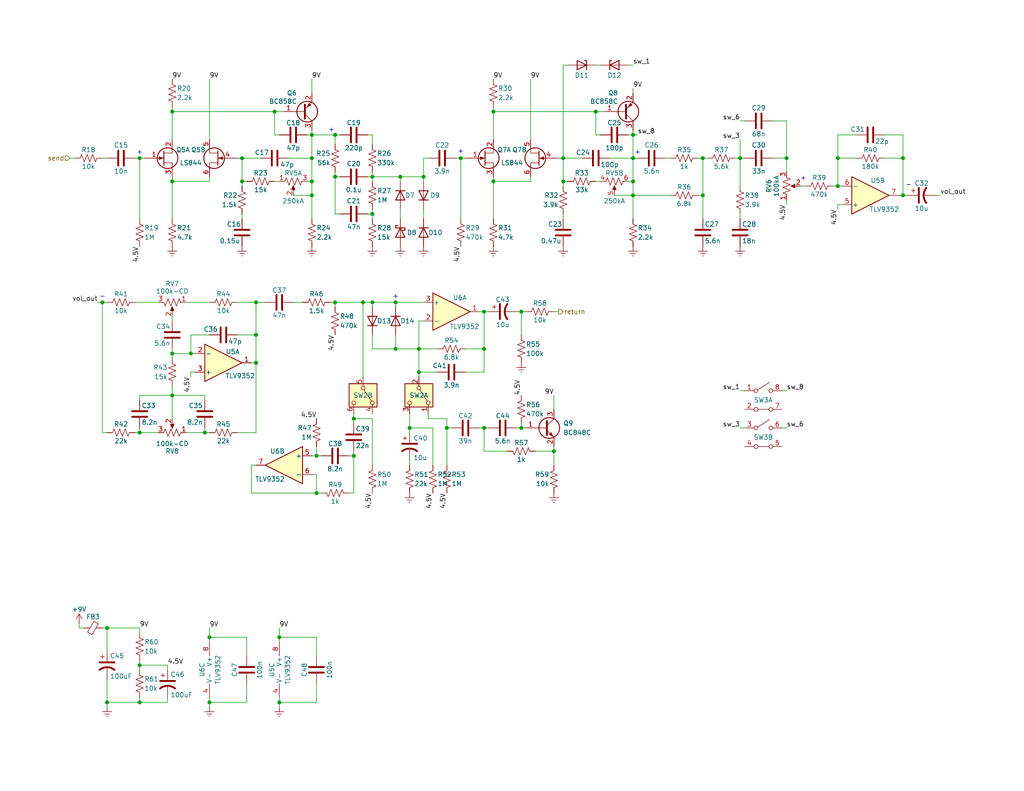
<source format=kicad_sch>
(kicad_sch (version 20250114) (generator "eeschema") (generator_version "9.0")
  (paper "USLetter")
  (title_block (title "Blues Driver") (date "2026-01-18") (rev "1.0.0") (company "Bennett Custom Audio"))
  (text "+" (at 38.1 41.656 0) (effects (font (size 1.27 1.27))))
  (text "-" (at 247.904 50.546 0) (effects (font (size 1.27 1.27))))
  (text "+" (at 173.99 41.656 0) (effects (font (size 1.27 1.27))))
  (text "-" (at 27.94 81.026 0) (effects (font (size 1.27 1.27))))
  (text "+" (at 107.95 81.026 0) (effects (font (size 1.27 1.27))))
  (text "+" (at 219.202 48.768 0) (effects (font (size 1.27 1.27))))
  (text "+" (at 90.424 35.56 0) (effects (font (size 1.27 1.27))))
  (text "+" (at 125.73 41.402 0) (effects (font (size 1.27 1.27))))
  (junction (at 153.67 43.18))
  (junction (at 246.38 43.18))
  (junction (at 132.08 85.09))
  (junction (at 109.22 48.26))
  (junction (at 69.85 91.44))
  (junction (at 121.92 116.84))
  (junction (at 69.85 82.55))
  (junction (at 99.06 82.55))
  (junction (at 86.36 124.46))
  (junction (at 85.09 53.34))
  (junction (at 246.38 53.34))
  (junction (at 27.94 82.55))
  (junction (at 214.63 43.18))
  (junction (at 111.76 116.84))
  (junction (at 46.99 96.52))
  (junction (at 91.44 48.26))
  (junction (at 66.04 49.53))
  (junction (at 172.72 36.83))
  (junction (at 69.85 99.06))
  (junction (at 74.93 30.48))
  (junction (at 38.1 191.77))
  (junction (at 228.6 43.18))
  (junction (at 86.36 134.62))
  (junction (at 201.93 43.18))
  (junction (at 228.6 50.8))
  (junction (at 66.04 43.18))
  (junction (at 172.72 49.53))
  (junction (at 153.67 49.53))
  (junction (at 114.3 101.6))
  (junction (at 101.6 48.26))
  (junction (at 142.24 85.09))
  (junction (at 172.72 43.18))
  (junction (at 162.56 30.48))
  (junction (at 107.95 82.55))
  (junction (at 38.1 181.61))
  (junction (at 85.09 43.18))
  (junction (at 191.77 53.34))
  (junction (at 29.21 191.77))
  (junction (at 91.44 82.55))
  (junction (at 96.52 114.3))
  (junction (at 96.52 124.46))
  (junction (at 76.2 173.99))
  (junction (at 191.77 43.18))
  (junction (at 57.15 191.77))
  (junction (at 85.09 36.83))
  (junction (at 101.6 58.42))
  (junction (at 134.62 49.53))
  (junction (at 76.2 191.77))
  (junction (at 132.08 116.84))
  (junction (at 85.09 49.53))
  (junction (at 115.57 48.26))
  (junction (at 57.15 173.99))
  (junction (at 142.24 116.84))
  (junction (at 46.99 30.48))
  (junction (at 29.21 171.45))
  (junction (at 132.08 95.25))
  (junction (at 38.1 43.18))
  (junction (at 101.6 82.55))
  (junction (at 107.95 95.25))
  (junction (at 46.99 49.53))
  (junction (at 38.1 118.11))
  (junction (at 134.62 30.48))
  (junction (at 52.07 96.52))
  (junction (at 55.88 118.11))
  (junction (at 125.73 43.18))
  (junction (at 172.72 53.34))
  (junction (at 91.44 36.83))
  (junction (at 151.13 123.19))
  (junction (at 46.99 107.95))
  (junction (at 114.3 95.25))
  (wire (pts (xy 27.94 82.55) (xy 27.94 118.11)))
  (wire (pts (xy 68.58 134.62) (xy 68.58 127)))
  (wire (pts (xy 76.2 191.77) (xy 76.2 193.04)))
  (wire (pts (xy 107.95 91.44) (xy 107.95 95.25)))
  (wire (pts (xy 80.01 53.34) (xy 85.09 53.34)))
  (wire (pts (xy 64.77 118.11) (xy 69.85 118.11)))
  (wire (pts (xy 246.38 53.34) (xy 247.65 53.34)))
  (wire (pts (xy 21.59 170.18) (xy 21.59 171.45)))
  (wire (pts (xy 50.8 82.55) (xy 57.15 82.55)))
  (wire (pts (xy 57.15 21.59) (xy 57.15 38.1)))
  (wire (pts (xy 125.73 43.18) (xy 125.73 59.69)))
  (wire (pts (xy 191.77 43.18) (xy 191.77 53.34)))
  (wire (pts (xy 86.36 173.99) (xy 76.2 173.99)))
  (wire (pts (xy 172.72 24.13) (xy 172.72 25.4)))
  (wire (pts (xy 57.15 91.44) (xy 52.07 91.44)))
  (wire (pts (xy 76.2 171.45) (xy 76.2 173.99)))
  (wire (pts (xy 109.22 57.15) (xy 109.22 59.69)))
  (wire (pts (xy 99.06 82.55) (xy 101.6 82.55)))
  (wire (pts (xy 191.77 53.34) (xy 191.77 59.69)))
  (wire (pts (xy 121.92 114.3) (xy 121.92 116.84)))
  (wire (pts (xy 172.72 36.83) (xy 172.72 43.18)))
  (wire (pts (xy 92.71 58.42) (xy 91.44 58.42)))
  (wire (pts (xy 91.44 48.26) (xy 91.44 58.42)))
  (wire (pts (xy 74.93 30.48) (xy 74.93 36.83)))
  (wire (pts (xy 85.09 43.18) (xy 85.09 49.53)))
  (wire (pts (xy 96.52 115.57) (xy 96.52 114.3)))
  (wire (pts (xy 36.83 118.11) (xy 38.1 118.11)))
  (wire (pts (xy 85.09 53.34) (xy 85.09 59.69)))
  (wire (pts (xy 210.82 43.18) (xy 214.63 43.18)))
  (wire (pts (xy 144.78 48.26) (xy 144.78 49.53)))
  (wire (pts (xy 109.22 48.26) (xy 115.57 48.26)))
  (wire (pts (xy 162.56 30.48) (xy 162.56 36.83)))
  (wire (pts (xy 132.08 101.6) (xy 132.08 95.25)))
  (wire (pts (xy 116.84 113.03) (xy 116.84 114.3)))
  (wire (pts (xy 76.2 190.5) (xy 76.2 191.77)))
  (wire (pts (xy 114.3 95.25) (xy 114.3 87.63)))
  (wire (pts (xy 38.1 116.84) (xy 38.1 118.11)))
  (wire (pts (xy 85.09 49.53) (xy 85.09 53.34)))
  (wire (pts (xy 213.36 106.68) (xy 214.63 106.68)))
  (wire (pts (xy 190.5 53.34) (xy 191.77 53.34)))
  (wire (pts (xy 246.38 43.18) (xy 246.38 53.34)))
  (wire (pts (xy 142.24 116.84) (xy 140.97 116.84)))
  (wire (pts (xy 107.95 82.55) (xy 107.95 83.82)))
  (wire (pts (xy 191.77 43.18) (xy 193.04 43.18)))
  (wire (pts (xy 200.66 43.18) (xy 201.93 43.18)))
  (wire (pts (xy 162.56 17.78) (xy 163.83 17.78)))
  (wire (pts (xy 172.72 49.53) (xy 172.72 53.34)))
  (wire (pts (xy 86.36 121.92) (xy 86.36 124.46)))
  (wire (pts (xy 38.1 59.69) (xy 38.1 43.18)))
  (wire (pts (xy 142.24 115.57) (xy 142.24 116.84)))
  (wire (pts (xy 233.68 36.83) (xy 228.6 36.83)))
  (wire (pts (xy 201.93 38.1) (xy 201.93 43.18)))
  (wire (pts (xy 29.21 191.77) (xy 29.21 193.04)))
  (wire (pts (xy 101.6 48.26) (xy 101.6 49.53)))
  (wire (pts (xy 101.6 127) (xy 101.6 114.3)))
  (wire (pts (xy 151.13 123.19) (xy 146.05 123.19)))
  (wire (pts (xy 64.77 91.44) (xy 69.85 91.44)))
  (wire (pts (xy 100.33 48.26) (xy 101.6 48.26)))
  (wire (pts (xy 201.93 43.18) (xy 201.93 50.8)))
  (wire (pts (xy 86.36 134.62) (xy 68.58 134.62)))
  (wire (pts (xy 57.15 48.26) (xy 57.15 49.53)))
  (wire (pts (xy 36.83 82.55) (xy 43.18 82.55)))
  (wire (pts (xy 57.15 191.77) (xy 57.15 193.04)))
  (wire (pts (xy 85.09 129.54) (xy 86.36 129.54)))
  (wire (pts (xy 57.15 173.99) (xy 57.15 175.26)))
  (wire (pts (xy 46.99 30.48) (xy 74.93 30.48)))
  (wire (pts (xy 107.95 82.55) (xy 115.57 82.55)))
  (wire (pts (xy 114.3 95.25) (xy 114.3 101.6)))
  (wire (pts (xy 29.21 171.45) (xy 38.1 171.45)))
  (wire (pts (xy 134.62 49.53) (xy 134.62 59.69)))
  (wire (pts (xy 87.63 134.62) (xy 86.36 134.62)))
  (wire (pts (xy 115.57 48.26) (xy 115.57 43.18)))
  (wire (pts (xy 96.52 113.03) (xy 96.52 114.3)))
  (wire (pts (xy 74.93 49.53) (xy 76.2 49.53)))
  (wire (pts (xy 46.99 48.26) (xy 46.99 49.53)))
  (wire (pts (xy 69.85 82.55) (xy 72.39 82.55)))
  (wire (pts (xy 214.63 55.88) (xy 214.63 54.61)))
  (wire (pts (xy 132.08 116.84) (xy 132.08 123.19)))
  (wire (pts (xy 46.99 95.25) (xy 46.99 96.52)))
  (wire (pts (xy 55.88 118.11) (xy 57.15 118.11)))
  (wire (pts (xy 64.77 43.18) (xy 66.04 43.18)))
  (wire (pts (xy 101.6 58.42) (xy 101.6 59.69)))
  (wire (pts (xy 115.57 48.26) (xy 115.57 49.53)))
  (wire (pts (xy 52.07 96.52) (xy 53.34 96.52)))
  (wire (pts (xy 85.09 21.59) (xy 85.09 25.4)))
  (wire (pts (xy 29.21 177.8) (xy 29.21 171.45)))
  (wire (pts (xy 151.13 107.95) (xy 151.13 111.76)))
  (wire (pts (xy 162.56 30.48) (xy 165.1 30.48)))
  (wire (pts (xy 130.81 116.84) (xy 132.08 116.84)))
  (wire (pts (xy 111.76 125.73) (xy 111.76 127)))
  (wire (pts (xy 142.24 85.09) (xy 143.51 85.09)))
  (wire (pts (xy 118.11 116.84) (xy 111.76 116.84)))
  (wire (pts (xy 118.11 127) (xy 118.11 116.84)))
  (wire (pts (xy 66.04 58.42) (xy 66.04 59.69)))
  (wire (pts (xy 27.94 43.18) (xy 29.21 43.18)))
  (wire (pts (xy 153.67 50.8) (xy 153.67 49.53)))
  (wire (pts (xy 233.68 43.18) (xy 228.6 43.18)))
  (wire (pts (xy 52.07 102.87) (xy 52.07 101.6)))
  (wire (pts (xy 74.93 30.48) (xy 77.47 30.48)))
  (wire (pts (xy 153.67 43.18) (xy 153.67 49.53)))
  (wire (pts (xy 101.6 36.83) (xy 100.33 36.83)))
  (wire (pts (xy 167.64 53.34) (xy 172.72 53.34)))
  (wire (pts (xy 210.82 33.02) (xy 214.63 33.02)))
  (wire (pts (xy 114.3 87.63) (xy 115.57 87.63)))
  (wire (pts (xy 69.85 99.06) (xy 69.85 91.44)))
  (wire (pts (xy 228.6 50.8) (xy 229.87 50.8)))
  (wire (pts (xy 21.59 171.45) (xy 22.86 171.45)))
  (wire (pts (xy 101.6 82.55) (xy 101.6 83.82)))
  (wire (pts (xy 67.31 179.07) (xy 67.31 173.99)))
  (wire (pts (xy 121.92 116.84) (xy 121.92 127)))
  (wire (pts (xy 55.88 109.22) (xy 55.88 107.95)))
  (wire (pts (xy 68.58 99.06) (xy 69.85 99.06)))
  (wire (pts (xy 52.07 101.6) (xy 53.34 101.6)))
  (wire (pts (xy 255.27 53.34) (xy 256.54 53.34)))
  (wire (pts (xy 246.38 36.83) (xy 246.38 43.18)))
  (wire (pts (xy 134.62 30.48) (xy 134.62 38.1)))
  (wire (pts (xy 46.99 107.95) (xy 46.99 114.3)))
  (wire (pts (xy 66.04 43.18) (xy 71.12 43.18)))
  (wire (pts (xy 134.62 48.26) (xy 134.62 49.53)))
  (wire (pts (xy 228.6 57.15) (xy 228.6 55.88)))
  (wire (pts (xy 29.21 171.45) (xy 27.94 171.45)))
  (wire (pts (xy 57.15 49.53) (xy 46.99 49.53)))
  (wire (pts (xy 78.74 43.18) (xy 85.09 43.18)))
  (wire (pts (xy 111.76 113.03) (xy 111.76 116.84)))
  (wire (pts (xy 228.6 55.88) (xy 229.87 55.88)))
  (wire (pts (xy 27.94 82.55) (xy 29.21 82.55)))
  (wire (pts (xy 85.09 36.83) (xy 91.44 36.83)))
  (wire (pts (xy 76.2 191.77) (xy 86.36 191.77)))
  (wire (pts (xy 45.72 182.88) (xy 45.72 181.61)))
  (wire (pts (xy 19.05 43.18) (xy 20.32 43.18)))
  (wire (pts (xy 83.82 36.83) (xy 85.09 36.83)))
  (wire (pts (xy 201.93 116.84) (xy 203.2 116.84)))
  (wire (pts (xy 91.44 36.83) (xy 91.44 39.37)))
  (wire (pts (xy 201.93 33.02) (xy 203.2 33.02)))
  (wire (pts (xy 52.07 91.44) (xy 52.07 96.52)))
  (wire (pts (xy 228.6 36.83) (xy 228.6 43.18)))
  (wire (pts (xy 46.99 49.53) (xy 46.99 59.69)))
  (wire (pts (xy 96.52 134.62) (xy 96.52 124.46)))
  (wire (pts (xy 127 95.25) (xy 132.08 95.25)))
  (wire (pts (xy 153.67 49.53) (xy 154.94 49.53)))
  (wire (pts (xy 91.44 82.55) (xy 90.17 82.55)))
  (wire (pts (xy 46.99 107.95) (xy 55.88 107.95)))
  (wire (pts (xy 57.15 171.45) (xy 57.15 173.99)))
  (wire (pts (xy 114.3 101.6) (xy 114.3 102.87)))
  (wire (pts (xy 26.67 82.55) (xy 27.94 82.55)))
  (wire (pts (xy 228.6 43.18) (xy 228.6 50.8)))
  (wire (pts (xy 166.37 43.18) (xy 172.72 43.18)))
  (wire (pts (xy 201.93 106.68) (xy 203.2 106.68)))
  (wire (pts (xy 241.3 43.18) (xy 246.38 43.18)))
  (wire (pts (xy 86.36 179.07) (xy 86.36 173.99)))
  (wire (pts (xy 214.63 46.99) (xy 214.63 43.18)))
  (wire (pts (xy 101.6 58.42) (xy 100.33 58.42)))
  (wire (pts (xy 125.73 43.18) (xy 127 43.18)))
  (wire (pts (xy 38.1 190.5) (xy 38.1 191.77)))
  (wire (pts (xy 68.58 127) (xy 69.85 127)))
  (wire (pts (xy 86.36 191.77) (xy 86.36 186.69)))
  (wire (pts (xy 91.44 83.82) (xy 91.44 82.55)))
  (wire (pts (xy 85.09 35.56) (xy 85.09 36.83)))
  (wire (pts (xy 245.11 53.34) (xy 246.38 53.34)))
  (wire (pts (xy 227.33 50.8) (xy 228.6 50.8)))
  (wire (pts (xy 134.62 30.48) (xy 162.56 30.48)))
  (wire (pts (xy 101.6 57.15) (xy 101.6 58.42)))
  (wire (pts (xy 153.67 43.18) (xy 158.75 43.18)))
  (wire (pts (xy 67.31 191.77) (xy 67.31 186.69)))
  (wire (pts (xy 38.1 109.22) (xy 38.1 107.95)))
  (wire (pts (xy 45.72 190.5) (xy 45.72 191.77)))
  (wire (pts (xy 96.52 124.46) (xy 95.25 124.46)))
  (wire (pts (xy 107.95 95.25) (xy 114.3 95.25)))
  (wire (pts (xy 96.52 123.19) (xy 96.52 124.46)))
  (wire (pts (xy 101.6 48.26) (xy 109.22 48.26)))
  (wire (pts (xy 151.13 85.09) (xy 152.4 85.09)))
  (wire (pts (xy 82.55 82.55) (xy 80.01 82.55)))
  (wire (pts (xy 163.83 36.83) (xy 162.56 36.83)))
  (wire (pts (xy 87.63 124.46) (xy 86.36 124.46)))
  (wire (pts (xy 109.22 48.26) (xy 109.22 49.53)))
  (wire (pts (xy 38.1 43.18) (xy 39.37 43.18)))
  (wire (pts (xy 86.36 129.54) (xy 86.36 134.62)))
  (wire (pts (xy 46.99 30.48) (xy 46.99 38.1)))
  (wire (pts (xy 57.15 190.5) (xy 57.15 191.77)))
  (wire (pts (xy 132.08 85.09) (xy 133.35 85.09)))
  (wire (pts (xy 46.99 105.41) (xy 46.99 107.95)))
  (wire (pts (xy 38.1 181.61) (xy 38.1 182.88)))
  (wire (pts (xy 85.09 36.83) (xy 85.09 43.18)))
  (wire (pts (xy 111.76 116.84) (xy 111.76 118.11)))
  (wire (pts (xy 45.72 191.77) (xy 38.1 191.77)))
  (wire (pts (xy 55.88 116.84) (xy 55.88 118.11)))
  (wire (pts (xy 69.85 82.55) (xy 64.77 82.55)))
  (wire (pts (xy 46.99 29.21) (xy 46.99 30.48)))
  (wire (pts (xy 171.45 17.78) (xy 172.72 17.78)))
  (wire (pts (xy 101.6 114.3) (xy 96.52 114.3)))
  (wire (pts (xy 133.35 116.84) (xy 132.08 116.84)))
  (wire (pts (xy 201.93 43.18) (xy 203.2 43.18)))
  (wire (pts (xy 101.6 36.83) (xy 101.6 39.37)))
  (wire (pts (xy 142.24 85.09) (xy 140.97 85.09)))
  (wire (pts (xy 171.45 36.83) (xy 172.72 36.83)))
  (wire (pts (xy 66.04 50.8) (xy 66.04 49.53)))
  (wire (pts (xy 38.1 107.95) (xy 46.99 107.95)))
  (wire (pts (xy 172.72 36.83) (xy 173.99 36.83)))
  (wire (pts (xy 69.85 91.44) (xy 69.85 82.55)))
  (wire (pts (xy 29.21 185.42) (xy 29.21 191.77)))
  (wire (pts (xy 153.67 58.42) (xy 153.67 59.69)))
  (wire (pts (xy 127 101.6) (xy 132.08 101.6)))
  (wire (pts (xy 99.06 82.55) (xy 99.06 102.87)))
  (wire (pts (xy 214.63 33.02) (xy 214.63 43.18)))
  (wire (pts (xy 172.72 43.18) (xy 173.99 43.18)))
  (wire (pts (xy 36.83 43.18) (xy 38.1 43.18)))
  (wire (pts (xy 38.1 181.61) (xy 45.72 181.61)))
  (wire (pts (xy 101.6 95.25) (xy 101.6 91.44)))
  (wire (pts (xy 151.13 123.19) (xy 151.13 127)))
  (wire (pts (xy 144.78 21.59) (xy 144.78 38.1)))
  (wire (pts (xy 76.2 36.83) (xy 74.93 36.83)))
  (wire (pts (xy 101.6 48.26) (xy 101.6 46.99)))
  (wire (pts (xy 201.93 58.42) (xy 201.93 59.69)))
  (wire (pts (xy 46.99 96.52) (xy 52.07 96.52)))
  (wire (pts (xy 91.44 82.55) (xy 99.06 82.55)))
  (wire (pts (xy 152.4 43.18) (xy 153.67 43.18)))
  (wire (pts (xy 218.44 50.8) (xy 219.71 50.8)))
  (wire (pts (xy 124.46 43.18) (xy 125.73 43.18)))
  (wire (pts (xy 132.08 85.09) (xy 130.81 85.09)))
  (wire (pts (xy 172.72 53.34) (xy 172.72 59.69)))
  (wire (pts (xy 101.6 82.55) (xy 107.95 82.55)))
  (wire (pts (xy 46.99 97.79) (xy 46.99 96.52)))
  (wire (pts (xy 142.24 116.84) (xy 143.51 116.84)))
  (wire (pts (xy 213.36 116.84) (xy 214.63 116.84)))
  (wire (pts (xy 121.92 114.3) (xy 116.84 114.3)))
  (wire (pts (xy 29.21 118.11) (xy 27.94 118.11)))
  (wire (pts (xy 69.85 99.06) (xy 69.85 118.11)))
  (wire (pts (xy 38.1 191.77) (xy 29.21 191.77)))
  (wire (pts (xy 91.44 36.83) (xy 92.71 36.83)))
  (wire (pts (xy 181.61 43.18) (xy 182.88 43.18)))
  (wire (pts (xy 91.44 48.26) (xy 91.44 46.99)))
  (wire (pts (xy 172.72 43.18) (xy 172.72 49.53)))
  (wire (pts (xy 138.43 123.19) (xy 132.08 123.19)))
  (wire (pts (xy 57.15 191.77) (xy 67.31 191.77)))
  (wire (pts (xy 172.72 35.56) (xy 172.72 36.83)))
  (wire (pts (xy 123.19 116.84) (xy 121.92 116.84)))
  (wire (pts (xy 38.1 172.72) (xy 38.1 171.45)))
  (wire (pts (xy 115.57 57.15) (xy 115.57 59.69)))
  (wire (pts (xy 38.1 118.11) (xy 43.18 118.11)))
  (wire (pts (xy 46.99 86.36) (xy 46.99 87.63)))
  (wire (pts (xy 241.3 36.83) (xy 246.38 36.83)))
  (wire (pts (xy 182.88 53.34) (xy 172.72 53.34)))
  (wire (pts (xy 162.56 49.53) (xy 163.83 49.53)))
  (wire (pts (xy 171.45 49.53) (xy 172.72 49.53)))
  (wire (pts (xy 154.94 17.78) (xy 153.67 17.78)))
  (wire (pts (xy 151.13 121.92) (xy 151.13 123.19)))
  (wire (pts (xy 114.3 95.25) (xy 119.38 95.25)))
  (wire (pts (xy 83.82 49.53) (xy 85.09 49.53)))
  (wire (pts (xy 190.5 43.18) (xy 191.77 43.18)))
  (wire (pts (xy 38.1 180.34) (xy 38.1 181.61)))
  (wire (pts (xy 134.62 29.21) (xy 134.62 30.48)))
  (wire (pts (xy 144.78 49.53) (xy 134.62 49.53)))
  (wire (pts (xy 115.57 43.18) (xy 116.84 43.18)))
  (wire (pts (xy 107.95 95.25) (xy 101.6 95.25)))
  (wire (pts (xy 95.25 134.62) (xy 96.52 134.62)))
  (wire (pts (xy 50.8 118.11) (xy 55.88 118.11)))
  (wire (pts (xy 153.67 17.78) (xy 153.67 43.18)))
  (wire (pts (xy 92.71 48.26) (xy 91.44 48.26)))
  (wire (pts (xy 142.24 91.44) (xy 142.24 85.09)))
  (wire (pts (xy 66.04 43.18) (xy 66.04 49.53)))
  (wire (pts (xy 67.31 173.99) (xy 57.15 173.99)))
  (wire (pts (xy 85.09 124.46) (xy 86.36 124.46)))
  (wire (pts (xy 76.2 173.99) (xy 76.2 175.26)))
  (wire (pts (xy 66.04 49.53) (xy 67.31 49.53)))
  (wire (pts (xy 132.08 95.25) (xy 132.08 85.09)))
  (wire (pts (xy 114.3 101.6) (xy 119.38 101.6)))
  (label "4.5V" (at 214.63 55.88 270))
  (label "sw_1" (at 172.72 17.78 0))
  (label "sw_3" (at 201.93 116.84 180))
  (label "9V" (at 85.09 21.59 0))
  (label "sw_1" (at 201.93 106.68 180))
  (label "vol_out" (at 256.54 53.34 0))
  (label "9V" (at 172.72 24.13 0))
  (label "9V" (at 57.15 21.59 0))
  (label "sw_6" (at 201.93 33.02 180))
  (label "9V" (at 151.13 107.95 180))
  (label "vol_out" (at 26.67 82.55 180))
  (label "9V" (at 144.78 21.59 0))
  (label "4.5V" (at 228.6 57.15 270))
  (label "4.5V" (at 38.1 67.31 270))
  (label "4.5V" (at 91.44 91.44 270))
  (label "sw_8" (at 173.99 36.83 0))
  (label "4.5V" (at 142.24 107.95 90))
  (label "9V" (at 38.1 171.45 0))
  (label "4.5V" (at 52.07 102.87 270))
  (label "sw_3" (at 201.93 38.1 180))
  (label "4.5V" (at 125.73 67.31 270))
  (label "9V" (at 134.62 21.59 0))
  (label "9V" (at 57.15 171.45 0))
  (label "4.5V" (at 101.6 134.62 270))
  (label "4.5V" (at 86.36 114.3 180))
  (label "sw_8" (at 214.63 106.68 0))
  (label "4.5V" (at 118.11 134.62 270))
  (label "sw_6" (at 214.63 116.84 0))
  (label "4.5V" (at 121.92 134.62 270))
  (label "4.5V" (at 45.72 181.61 0))
  (label "9V" (at 76.2 171.45 0))
  (label "9V" (at 46.99 21.59 0))
  (hierarchical_label "send" (shape input) (at 19.05 43.18 180))
  (hierarchical_label "return" (shape output) (at 152.4 85.09 0))
  (symbol (lib_id "Amplifier_Operational:TLV9302xD") (at 123.19 85.09 0) (unit 1)
    (property "Reference" "U6" (at 125.476 81.28 0))
    (property "Value" "TLV9352" (at 126.746 89.154 0))
    (property "Footprint" "Package_SO:SOIC-8_3.9x4.9mm_P1.27mm" (effects (hide yes)))
    (property "Datasheet" "https://www.ti.com/lit/ds/symlink/tlv9302.pdf" (effects (hide yes)))
    (property "Description" "40-V, 1-MHz, RRO Operational Amplifiers for Cost-Sensitive Systems, SOIC-8" (effects (hide yes)))
  )
  (symbol (lib_id "power:Earth") (at 76.2 193.04 0) (unit 1)
    (property "Reference" "#PWR033" (effects (hide yes)))
    (property "Value" "Earth" (effects (hide yes)))
    (property "Description" "Power symbol creates a global label with name \"Earth\"" (effects (hide yes)))
  )
  (symbol (lib_id "bca-symbols:R") (at 71.12 49.53 0) (unit 1)
    (property "Reference" "R23" (at 71.12 47.244 0))
    (property "Value" "15k" (at 71.12 51.816 0))
    (property "Footprint" "bca-footprints:R_L3.6mm_D1.6mm_P5.00mm_Horizontal" (effects (hide yes)))
    (property "Description" "Resistor, Horizontal" (effects (hide yes)))
  )
  (symbol (lib_id "bca-symbols:R") (at 46.99 63.5 90) (unit 1)
    (property "Reference" "R21" (at 48.26 62.23 90) (effects (justify right)))
    (property "Value" "4.7k" (at 48.26 64.77 90) (effects (justify right)))
    (property "Footprint" "bca-footprints:R_L3.6mm_D1.6mm_P5.00mm_Horizontal" (effects (hide yes)))
    (property "Description" "Resistor, Horizontal" (effects (hide yes)))
  )
  (symbol (lib_id "bca-symbols:R") (at 186.69 43.18 0) (unit 1)
    (property "Reference" "R35" (at 186.69 40.894 0))
    (property "Value" "1k" (at 186.69 45.466 0))
    (property "Footprint" "bca-footprints:R_L3.6mm_D1.6mm_P5.00mm_Horizontal" (effects (hide yes)))
    (property "Description" "Resistor, Horizontal" (effects (hide yes)))
  )
  (symbol (lib_id "bca-symbols:R") (at 172.72 63.5 90) (unit 1)
    (property "Reference" "R34" (at 173.99 62.23 90) (effects (justify right)))
    (property "Value" "2.2k" (at 173.99 64.77 90) (effects (justify right)))
    (property "Footprint" "bca-footprints:R_L3.6mm_D1.6mm_P5.00mm_Horizontal" (effects (hide yes)))
    (property "Description" "Resistor, Horizontal" (effects (hide yes)))
  )
  (symbol (lib_id "bca-symbols:R") (at 101.6 43.18 90) (unit 1)
    (property "Reference" "R26" (at 102.87 41.91 90) (effects (justify right)))
    (property "Value" "330k" (at 102.87 44.45 90) (effects (justify right)))
    (property "Footprint" "bca-footprints:R_L3.6mm_D1.6mm_P5.00mm_Horizontal" (effects (hide yes)))
    (property "Description" "Resistor, Horizontal" (effects (hide yes)))
  )
  (symbol (lib_id "power:Earth") (at 109.22 67.31 0) (unit 1)
    (property "Reference" "#PWR020" (effects (hide yes)))
    (property "Value" "Earth" (effects (hide yes)))
    (property "Description" "Power symbol creates a global label with name \"Earth\"" (effects (hide yes)))
  )
  (symbol (lib_id "bca-symbols:R") (at 134.62 25.4 90) (unit 1)
    (property "Reference" "R30" (at 135.89 24.13 90) (effects (justify right)))
    (property "Value" "2.2k" (at 135.89 26.67 90) (effects (justify right)))
    (property "Footprint" "bca-footprints:R_L3.6mm_D1.6mm_P5.00mm_Horizontal" (effects (hide yes)))
    (property "Description" "Resistor, Horizontal" (effects (hide yes)))
  )
  (symbol (lib_id "bca-symbols:R") (at 147.32 85.09 0) (unit 1)
    (property "Reference" "R58" (at 147.32 82.804 0))
    (property "Value" "10k" (at 147.32 87.376 0))
    (property "Footprint" "bca-footprints:R_L3.6mm_D1.6mm_P5.00mm_Horizontal" (effects (hide yes)))
    (property "Description" "Resistor, Horizontal" (effects (hide yes)))
  )
  (symbol (lib_id "bca-symbols:R") (at 38.1 176.53 90) (unit 1)
    (property "Reference" "R60" (at 39.37 175.26 90) (effects (justify right)))
    (property "Value" "10k" (at 39.37 177.8 90) (effects (justify right)))
    (property "Footprint" "bca-footprints:R_L3.6mm_D1.6mm_P5.00mm_Horizontal" (effects (hide yes)))
    (property "Description" "Resistor, Horizontal" (effects (hide yes)))
  )
  (symbol (lib_id "bca-symbols:R") (at 86.36 118.11 270) (mirror x) (unit 1)
    (property "Reference" "R47" (at 85.09 116.84 90) (effects (justify right)))
    (property "Value" "1M" (at 85.09 119.38 90) (effects (justify right)))
    (property "Footprint" "bca-footprints:R_L3.6mm_D1.6mm_P5.00mm_Horizontal" (effects (hide yes)))
    (property "Description" "Resistor, Horizontal" (effects (hide yes)))
  )
  (symbol (lib_id "bca-symbols:R") (at 201.93 54.61 90) (unit 1)
    (property "Reference" "R38" (at 203.2 53.34 90) (effects (justify right)))
    (property "Value" "3.9k" (at 203.2 55.88 90) (effects (justify right)))
    (property "Footprint" "bca-footprints:R_L3.6mm_D1.6mm_P5.00mm_Horizontal" (effects (hide yes)))
    (property "Description" "Resistor, Horizontal" (effects (hide yes)))
  )
  (symbol (lib_id "bca-symbols:C_Ceramic") (at 162.56 43.18 90) (unit 1)
    (property "Reference" "C24" (at 161.036 41.656 90) (effects (justify left)))
    (property "Value" "100p" (at 163.83 44.958 90) (effects (justify right)))
    (property "Footprint" "bca-footprints:C_Ceramic_L4.0mm_W2.5mm_P2.50mm" (effects (hide yes)))
    (property "Description" "Unpolarized capacitor" (effects (hide yes)))
  )
  (symbol (lib_id "Switch:SW_DPDT_x2") (at 114.3 107.95 270) (unit 1)
    (property "Reference" "SW2" (at 114.3 107.95 90))
    (property "Value" "SW_DPDT_x2" (effects (hide yes)))
    (property "Description" "Switch, dual pole double throw, separate symbols" (effects (hide yes)))
  )
  (symbol (lib_id "bca-symbols:C_Ceramic") (at 74.93 43.18 90) (unit 1)
    (property "Reference" "C17" (at 73.406 41.656 90) (effects (justify left)))
    (property "Value" "47p" (at 76.454 44.958 90) (effects (justify right)))
    (property "Footprint" "bca-footprints:C_Ceramic_L4.0mm_W2.5mm_P2.50mm" (effects (hide yes)))
    (property "Description" "Unpolarized capacitor" (effects (hide yes)))
  )
  (symbol (lib_id "bca-symbols:R") (at 121.92 130.81 270) (mirror x) (unit 1)
    (property "Reference" "R53" (at 123.19 129.54 90) (effects (justify left)))
    (property "Value" "1M" (at 123.19 132.08 90) (effects (justify left)))
    (property "Footprint" "bca-footprints:R_L3.6mm_D1.6mm_P5.00mm_Horizontal" (effects (hide yes)))
    (property "Description" "Resistor, Horizontal" (effects (hide yes)))
  )
  (symbol (lib_id "bca-symbols:R") (at 158.75 49.53 0) (unit 1)
    (property "Reference" "R33" (at 158.75 47.244 0))
    (property "Value" "33k" (at 158.75 51.816 0))
    (property "Footprint" "bca-footprints:R_L3.6mm_D1.6mm_P5.00mm_Horizontal" (effects (hide yes)))
    (property "Description" "Resistor, Horizontal" (effects (hide yes)))
  )
  (symbol (lib_id "bca-symbols:SW_DIP_SPDT_2pos") (at 208.28 119.38 0) (unit 2)
    (property "Reference" "SW3" (at 208.28 119.38 0))
    (property "Value" "SW_DIP_SPDT_2pos" (effects (hide yes)))
    (property "Description" "Switch, single pole double throw" (effects (hide yes)))
  )
  (symbol (lib_id "bca-symbols:C_Ceramic") (at 67.31 182.88 0) (unit 1)
    (property "Reference" "C47" (at 64.008 182.88 90))
    (property "Value" "100n" (at 70.866 182.88 90))
    (property "Footprint" "bca-footprints:C_Ceramic_L4.0mm_W2.5mm_P2.50mm" (effects (hide yes)))
    (property "Description" "Unpolarized capacitor" (effects (hide yes)))
  )
  (symbol (lib_id "bca-symbols:C_Film_W2.50mm") (at 33.02 43.18 90) (unit 1)
    (property "Reference" "C15" (at 33.02 39.624 90))
    (property "Value" "10n" (at 33.02 46.736 90))
    (property "Footprint" "bca-footprints:C_Film_L7.2mm_W2.5mm_P5.00mm" (effects (hide yes)))
    (property "Description" "Unpolarized capacitor" (effects (hide yes)))
  )
  (symbol (lib_id "bca-symbols:R") (at 111.76 130.81 270) (mirror x) (unit 1)
    (property "Reference" "R51" (at 113.03 129.54 90) (effects (justify left)))
    (property "Value" "22k" (at 113.03 132.08 90) (effects (justify left)))
    (property "Footprint" "bca-footprints:R_L3.6mm_D1.6mm_P5.00mm_Horizontal" (effects (hide yes)))
    (property "Description" "Resistor, Horizontal" (effects (hide yes)))
  )
  (symbol (lib_id "bca-symbols:R") (at 86.36 82.55 0) (unit 1)
    (property "Reference" "R46" (at 86.36 80.264 0))
    (property "Value" "1.5k" (at 86.36 84.836 0))
    (property "Footprint" "bca-footprints:R_L3.6mm_D1.6mm_P5.00mm_Horizontal" (effects (hide yes)))
    (property "Description" "Resistor, Horizontal" (effects (hide yes)))
  )
  (symbol (lib_id "bca-symbols:C_Film_W2.50mm") (at 96.52 58.42 90) (unit 1)
    (property "Reference" "C21" (at 96.52 54.864 90))
    (property "Value" "47n" (at 96.52 61.976 90))
    (property "Footprint" "bca-footprints:C_Film_L7.2mm_W2.5mm_P5.00mm" (effects (hide yes)))
    (property "Description" "Unpolarized capacitor" (effects (hide yes)))
  )
  (symbol (lib_id "Device:D_Zener") (at 158.75 17.78 0) (mirror y) (unit 1)
    (property "Reference" "D11" (at 158.75 20.574 0))
    (property "Value" "3v3 Zener" (effects (hide yes)))
    (property "Description" "Zener diode" (effects (hide yes)))
  )
  (symbol (lib_id "bca-symbols:R") (at 33.02 118.11 0) (unit 1)
    (property "Reference" "R42" (at 33.02 115.824 0))
    (property "Value" "22k" (at 33.02 120.396 0))
    (property "Footprint" "bca-footprints:R_L3.6mm_D1.6mm_P5.00mm_Horizontal" (effects (hide yes)))
    (property "Description" "Resistor, Horizontal" (effects (hide yes)))
  )
  (symbol (lib_id "bca-symbols:C_Film_W2.50mm") (at 201.93 63.5 0) (mirror x) (unit 1)
    (property "Reference" "C28" (at 202.438 61.214 0) (effects (justify left)))
    (property "Value" "18n" (at 202.438 65.786 0) (effects (justify left)))
    (property "Footprint" "bca-footprints:C_Film_L7.2mm_W2.5mm_P5.00mm" (effects (hide yes)))
    (property "Description" "Unpolarized capacitor" (effects (hide yes)))
  )
  (symbol (lib_id "bca-symbols:R") (at 60.96 118.11 0) (unit 1)
    (property "Reference" "R45" (at 60.96 115.824 0))
    (property "Value" "22k" (at 60.96 120.396 0))
    (property "Footprint" "bca-footprints:R_L3.6mm_D1.6mm_P5.00mm_Horizontal" (effects (hide yes)))
    (property "Description" "Resistor, Horizontal" (effects (hide yes)))
  )
  (symbol (lib_id "bca-symbols:R") (at 142.24 111.76 270) (mirror x) (unit 1)
    (property "Reference" "R56" (at 143.51 110.49 90) (effects (justify left)))
    (property "Value" "470k" (at 143.51 113.03 90) (effects (justify left)))
    (property "Footprint" "bca-footprints:R_L3.6mm_D1.6mm_P5.00mm_Horizontal" (effects (hide yes)))
    (property "Description" "Resistor, Horizontal" (effects (hide yes)))
  )
  (symbol (lib_id "bca-symbols:CP_Audio") (at 137.16 85.09 90) (mirror x) (unit 1)
    (property "Reference" "C43" (at 137.16 81.788 90))
    (property "Value" "10u" (at 137.16 88.646 90))
    (property "Footprint" "bca-footprints:CP_Radial_D4.0mm_P1.50mm" (effects (hide yes)))
    (property "Description" "Polarized capacitor, footprint sized for power rails" (effects (hide yes)))
  )
  (symbol (lib_id "Device:FerriteBead_Small") (at 25.4 171.45 90) (unit 1)
    (property "Reference" "FB3" (at 25.4 168.402 90))
    (property "Value" "FerriteBead_Small" (effects (hide yes)))
    (property "Footprint" "Inductor_SMD:L_0805_2012Metric_Pad1.15x1.40mm_HandSolder" (effects (hide yes)))
    (property "Description" "Ferrite bead, small symbol" (effects (hide yes)))
  )
  (symbol (lib_id "bca-symbols:R") (at 24.13 43.18 0) (unit 1)
    (property "Reference" "R18" (at 24.13 40.894 0))
    (property "Value" "10k" (at 24.13 45.466 0))
    (property "Footprint" "bca-footprints:R_L3.6mm_D1.6mm_P5.00mm_Horizontal" (effects (hide yes)))
    (property "Description" "Resistor, Horizontal" (effects (hide yes)))
  )
  (symbol (lib_id "bca-symbols:C_Ceramic") (at 96.52 36.83 90) (unit 1)
    (property "Reference" "C19" (at 96.52 33.528 90))
    (property "Value" "220p" (at 96.52 40.386 90))
    (property "Footprint" "bca-footprints:C_Ceramic_L4.0mm_W2.5mm_P2.50mm" (effects (hide yes)))
    (property "Description" "Unpolarized capacitor" (effects (hide yes)))
  )
  (symbol (lib_id "bca-symbols:R_POT") (at 46.99 118.11 90) (unit 1)
    (property "Reference" "RV8" (at 46.99 123.19 90))
    (property "Value" "100k-CD" (at 46.99 121.158 90))
    (property "Footprint" "bca-footprints:R_POT" (effects (hide yes)))
    (property "Description" "Potentiometer" (effects (hide yes)))
  )
  (symbol (lib_id "bca-symbols:R") (at 46.99 25.4 90) (unit 1)
    (property "Reference" "R20" (at 48.26 24.13 90) (effects (justify right)))
    (property "Value" "2.2k" (at 48.26 26.67 90) (effects (justify right)))
    (property "Footprint" "bca-footprints:R_L3.6mm_D1.6mm_P5.00mm_Horizontal" (effects (hide yes)))
    (property "Description" "Resistor, Horizontal" (effects (hide yes)))
  )
  (symbol (lib_id "bca-symbols:R") (at 66.04 54.61 90) (unit 1)
    (property "Reference" "R22" (at 64.77 53.34 90) (effects (justify left)))
    (property "Value" "1.5k" (at 64.77 55.88 90) (effects (justify left)))
    (property "Footprint" "bca-footprints:R_L3.6mm_D1.6mm_P5.00mm_Horizontal" (effects (hide yes)))
    (property "Description" "Resistor, Horizontal" (effects (hide yes)))
  )
  (symbol (lib_id "bca-symbols:C_Ceramic") (at 80.01 36.83 90) (unit 1)
    (property "Reference" "C18" (at 80.01 33.528 90))
    (property "Value" "47p" (at 80.01 40.386 90))
    (property "Footprint" "bca-footprints:C_Ceramic_L4.0mm_W2.5mm_P2.50mm" (effects (hide yes)))
    (property "Description" "Unpolarized capacitor" (effects (hide yes)))
  )
  (symbol (lib_id "power:Earth") (at 66.04 67.31 0) (unit 1)
    (property "Reference" "#PWR017" (effects (hide yes)))
    (property "Value" "Earth" (effects (hide yes)))
    (property "Description" "Power symbol creates a global label with name \"Earth\"" (effects (hide yes)))
  )
  (symbol (lib_id "power:Earth") (at 111.76 134.62 0) (unit 1)
    (property "Reference" "#PWR027" (effects (hide yes)))
    (property "Value" "Earth" (effects (hide yes)))
    (property "Description" "Power symbol creates a global label with name \"Earth\"" (effects (hide yes)))
  )
  (symbol (lib_id "bca-symbols:C_Film_W2.50mm") (at 38.1 113.03 0) (mirror x) (unit 1)
    (property "Reference" "C33" (at 38.608 110.744 0) (effects (justify left)))
    (property "Value" "8.2n" (at 38.608 115.316 0) (effects (justify left)))
    (property "Footprint" "bca-footprints:C_Film_L7.2mm_W2.5mm_P5.00mm" (effects (hide yes)))
    (property "Description" "Unpolarized capacitor" (effects (hide yes)))
  )
  (symbol (lib_id "power:Earth") (at 191.77 67.31 0) (unit 1)
    (property "Reference" "#PWR025" (effects (hide yes)))
    (property "Value" "Earth" (effects (hide yes)))
    (property "Description" "Power symbol creates a global label with name \"Earth\"" (effects (hide yes)))
  )
  (symbol (lib_id "power:Earth") (at 46.99 67.31 0) (unit 1)
    (property "Reference" "#PWR016" (effects (hide yes)))
    (property "Value" "Earth" (effects (hide yes)))
    (property "Description" "Power symbol creates a global label with name \"Earth\"" (effects (hide yes)))
  )
  (symbol (lib_id "Device:D") (at 107.95 87.63 90) (mirror x) (unit 1)
    (property "Reference" "D14" (at 109.22 87.63 90) (effects (justify right)))
    (property "Value" "1N4148" (effects (hide yes)))
    (property "Description" "Diode" (effects (hide yes)))
    (property "Sim.Device" "D" (effects (hide yes)))
    (property "Sim.Pins" "1=K 2=A" (effects (hide yes)))
  )
  (symbol (lib_id "bca-symbols:LS84x_SOT23") (at 147.32 43.18 0) (mirror y) (unit 2)
    (property "Reference" "Q7" (at 143.764 40.894 0) (effects (justify left)))
    (property "Value" "LS844" (effects (hide yes)))
    (property "Footprint" "Package_TO_SOT_SMD:SOT-23-6_Handsoldering" (effects (hide yes)))
    (property "Datasheet" "https://www.linearsystems.com/lsdata/datasheets/LS843_LS844_LS845_Low_Noise,_Low_Drift,_Low_Capacitance,_Monolithic_Dual,_N-Channel_JFET.pdf" (effects (hide yes)))
    (property "Description" "Dual N-JFET transistor, Ultra low noise, low drift, monolithic dual N-Channel JFET Amplifier" (effects (hide yes)))
  )
  (symbol (lib_id "power:Earth") (at 151.13 134.62 0) (mirror y) (unit 1)
    (property "Reference" "#PWR029" (effects (hide yes)))
    (property "Value" "Earth" (effects (hide yes)))
    (property "Description" "Power symbol creates a global label with name \"Earth\"" (effects (hide yes)))
  )
  (symbol (lib_id "Amplifier_Operational:TLV9302xD") (at 78.74 182.88 0) (unit 3)
    (property "Reference" "U5" (at 74.168 182.88 90))
    (property "Value" "TLV9352" (at 78.486 182.88 90))
    (property "Footprint" "Package_SO:SOIC-8_3.9x4.9mm_P1.27mm" (effects (hide yes)))
    (property "Datasheet" "https://www.ti.com/lit/ds/symlink/tlv9302.pdf" (effects (hide yes)))
    (property "Description" "40-V, 1-MHz, RRO Operational Amplifiers for Cost-Sensitive Systems, SOIC-8" (effects (hide yes)))
  )
  (symbol (lib_id "bca-symbols:R") (at 91.44 134.62 0) (mirror y) (unit 1)
    (property "Reference" "R49" (at 91.44 132.334 0))
    (property "Value" "1k" (at 91.44 136.906 0))
    (property "Footprint" "bca-footprints:R_L3.6mm_D1.6mm_P5.00mm_Horizontal" (effects (hide yes)))
    (property "Description" "Resistor, Horizontal" (effects (hide yes)))
  )
  (symbol (lib_id "bca-symbols:SW_DIP_SPDT_2pos") (at 208.28 109.22 0) (unit 1)
    (property "Reference" "SW3" (at 208.28 109.22 0))
    (property "Value" "SW_DIP_SPDT_2pos" (effects (hide yes)))
    (property "Description" "Switch, single pole double throw" (effects (hide yes)))
  )
  (symbol (lib_id "bca-symbols:R") (at 101.6 63.5 90) (unit 1)
    (property "Reference" "R28" (at 102.87 62.23 90) (effects (justify right)))
    (property "Value" "15k" (at 102.87 64.77 90) (effects (justify right)))
    (property "Footprint" "bca-footprints:R_L3.6mm_D1.6mm_P5.00mm_Horizontal" (effects (hide yes)))
    (property "Description" "Resistor, Horizontal" (effects (hide yes)))
  )
  (symbol (lib_id "bca-symbols:C_Film_W2.50mm") (at 191.77 63.5 0) (mirror x) (unit 1)
    (property "Reference" "C27" (at 192.278 61.214 0) (effects (justify left)))
    (property "Value" "5.6n" (at 192.278 65.786 0) (effects (justify left)))
    (property "Footprint" "bca-footprints:C_Film_L7.2mm_W2.5mm_P5.00mm" (effects (hide yes)))
    (property "Description" "Unpolarized capacitor" (effects (hide yes)))
  )
  (symbol (lib_id "bca-symbols:R_POT") (at 214.63 50.8 0) (unit 1)
    (property "Reference" "RV6" (at 209.804 50.8 90))
    (property "Value" "100kA" (at 211.836 50.8 90))
    (property "Footprint" "bca-footprints:R_POT" (effects (hide yes)))
    (property "Description" "Potentiometer" (effects (hide yes)))
  )
  (symbol (lib_id "bca-symbols:R_POT_Dual") (at 167.64 49.53 270) (unit 2)
    (property "Reference" "RV5" (at 167.64 47.244 90))
    (property "Value" "250kA" (at 167.64 54.864 90))
    (property "Footprint" "bca-footprints:R_POT_DUAL" (effects (hide yes)))
    (property "Description" "Dual potentiometer, separate units" (effects (hide yes)))
  )
  (symbol (lib_id "bca-symbols:R") (at 151.13 130.81 270) (mirror x) (unit 1)
    (property "Reference" "R59" (at 149.86 129.54 90) (effects (justify right)))
    (property "Value" "10k" (at 149.86 132.08 90) (effects (justify right)))
    (property "Footprint" "bca-footprints:R_L3.6mm_D1.6mm_P5.00mm_Horizontal" (effects (hide yes)))
    (property "Description" "Resistor, Horizontal" (effects (hide yes)))
  )
  (symbol (lib_id "Device:D_Zener") (at 167.64 17.78 0) (unit 1)
    (property "Reference" "D12" (at 167.64 20.574 0))
    (property "Value" "3v3 Zener" (effects (hide yes)))
    (property "Description" "Zener diode" (effects (hide yes)))
  )
  (symbol (lib_id "Transistor_BJT:Q_NPN_BEC") (at 148.59 116.84 0) (unit 1)
    (property "Reference" "Q9" (at 153.67 115.5699 0) (effects (justify left)))
    (property "Value" "BC848C" (at 153.67 118.1099 0) (effects (justify left)))
    (property "Description" "NPN transistor, base/emitter/collector" (effects (hide yes)))
    (property "Sim.Device" "NPN" (effects (hide yes)))
    (property "Sim.Pins" "1=B 2=E 3=C" (effects (hide yes)))
  )
  (symbol (lib_id "bca-symbols:R") (at 118.11 130.81 270) (mirror x) (unit 1)
    (property "Reference" "R52" (at 119.38 129.54 90) (effects (justify left)))
    (property "Value" "1M" (at 119.38 132.08 90) (effects (justify left)))
    (property "Footprint" "bca-footprints:R_L3.6mm_D1.6mm_P5.00mm_Horizontal" (effects (hide yes)))
    (property "Description" "Resistor, Horizontal" (effects (hide yes)))
  )
  (symbol (lib_id "Amplifier_Operational:TLV9302xD") (at 60.96 99.06 0) (mirror x) (unit 1)
    (property "Reference" "U5" (at 63.5 96.012 0))
    (property "Value" "TLV9352" (at 65.532 102.616 0))
    (property "Footprint" "Package_SO:SOIC-8_3.9x4.9mm_P1.27mm" (effects (hide yes)))
    (property "Datasheet" "https://www.ti.com/lit/ds/symlink/tlv9302.pdf" (effects (hide yes)))
    (property "Description" "40-V, 1-MHz, RRO Operational Amplifiers for Cost-Sensitive Systems, SOIC-8" (effects (hide yes)))
  )
  (symbol (lib_id "bca-symbols:R") (at 196.85 43.18 0) (unit 1)
    (property "Reference" "R37" (at 196.85 40.894 0))
    (property "Value" "5.6k" (at 196.85 45.466 0))
    (property "Footprint" "bca-footprints:R_L3.6mm_D1.6mm_P5.00mm_Horizontal" (effects (hide yes)))
    (property "Description" "Resistor, Horizontal" (effects (hide yes)))
  )
  (symbol (lib_id "bca-symbols:C_Film_W2.50mm") (at 76.2 82.55 90) (unit 1)
    (property "Reference" "C37" (at 76.2 79.248 90))
    (property "Value" "47n" (at 76.2 86.106 90))
    (property "Footprint" "bca-footprints:C_Film_L7.2mm_W2.5mm_P5.00mm" (effects (hide yes)))
    (property "Description" "Unpolarized capacitor" (effects (hide yes)))
  )
  (symbol (lib_id "bca-symbols:C_Ceramic") (at 167.64 36.83 90) (unit 1)
    (property "Reference" "C25" (at 167.64 33.528 90))
    (property "Value" "100p" (at 167.64 40.386 90))
    (property "Footprint" "bca-footprints:C_Ceramic_L4.0mm_W2.5mm_P2.50mm" (effects (hide yes)))
    (property "Description" "Unpolarized capacitor" (effects (hide yes)))
  )
  (symbol (lib_id "bca-symbols:R") (at 101.6 53.34 90) (unit 1)
    (property "Reference" "R27" (at 102.87 52.07 90) (effects (justify right)))
    (property "Value" "1M" (at 102.87 54.61 90) (effects (justify right)))
    (property "Footprint" "bca-footprints:R_L3.6mm_D1.6mm_P5.00mm_Horizontal" (effects (hide yes)))
    (property "Description" "Resistor, Horizontal" (effects (hide yes)))
  )
  (symbol (lib_id "bca-symbols:C_Film_W2.50mm") (at 91.44 124.46 90) (unit 1)
    (property "Reference" "C38" (at 91.44 121.158 90))
    (property "Value" "8.2n" (at 91.44 128.016 90))
    (property "Footprint" "bca-footprints:C_Film_L7.2mm_W2.5mm_P5.00mm" (effects (hide yes)))
    (property "Description" "Unpolarized capacitor" (effects (hide yes)))
  )
  (symbol (lib_id "bca-symbols:R") (at 46.99 101.6 90) (unit 1)
    (property "Reference" "R43" (at 45.72 100.33 90) (effects (justify left)))
    (property "Value" "15k" (at 45.72 102.87 90) (effects (justify left)))
    (property "Footprint" "bca-footprints:R_L3.6mm_D1.6mm_P5.00mm_Horizontal" (effects (hide yes)))
    (property "Description" "Resistor, Horizontal" (effects (hide yes)))
  )
  (symbol (lib_id "bca-symbols:R") (at 85.09 63.5 90) (unit 1)
    (property "Reference" "R24" (at 86.36 62.23 90) (effects (justify right)))
    (property "Value" "2.2k" (at 86.36 64.77 90) (effects (justify right)))
    (property "Footprint" "bca-footprints:R_L3.6mm_D1.6mm_P5.00mm_Horizontal" (effects (hide yes)))
    (property "Description" "Resistor, Horizontal" (effects (hide yes)))
  )
  (symbol (lib_id "BCA Symbol Library:CP_Power") (at 45.72 186.69 0) (unit 1)
    (property "Reference" "C46" (at 46.482 184.15 0) (effects (justify left)))
    (property "Value" "100uF" (at 46.482 189.738 0) (effects (justify left)))
    (property "Footprint" "bca-footprints:CP_Radial_D6.3mm_P2.50mm" (effects (hide yes)))
    (property "Description" "Polarized capacitor, footprint sized for power rails" (effects (hide yes)))
  )
  (symbol (lib_id "bca-symbols:R") (at 123.19 95.25 0) (unit 1)
    (property "Reference" "R54" (at 123.19 92.964 0))
    (property "Value" "6.8k" (at 123.19 97.536 0))
    (property "Footprint" "bca-footprints:R_L3.6mm_D1.6mm_P5.00mm_Horizontal" (effects (hide yes)))
    (property "Description" "Resistor, Horizontal" (effects (hide yes)))
  )
  (symbol (lib_id "bca-symbols:R") (at 91.44 87.63 90) (unit 1)
    (property "Reference" "R48" (at 92.71 86.36 90) (effects (justify right)))
    (property "Value" "470k" (at 92.71 88.9 90) (effects (justify right)))
    (property "Footprint" "bca-footprints:R_L3.6mm_D1.6mm_P5.00mm_Horizontal" (effects (hide yes)))
    (property "Description" "Resistor, Horizontal" (effects (hide yes)))
  )
  (symbol (lib_id "bca-symbols:CP_Audio") (at 251.46 53.34 90) (mirror x) (unit 1)
    (property "Reference" "C32" (at 251.46 50.038 90))
    (property "Value" "10u" (at 251.46 56.896 90))
    (property "Footprint" "bca-footprints:CP_Radial_D4.0mm_P1.50mm" (effects (hide yes)))
    (property "Description" "Polarized capacitor, footprint sized for power rails" (effects (hide yes)))
  )
  (symbol (lib_id "bca-symbols:R") (at 223.52 50.8 0) (unit 1)
    (property "Reference" "R39" (at 223.52 48.514 0))
    (property "Value" "470k" (at 223.52 53.086 0))
    (property "Footprint" "bca-footprints:R_L3.6mm_D1.6mm_P5.00mm_Horizontal" (effects (hide yes)))
    (property "Description" "Resistor, Horizontal" (effects (hide yes)))
  )
  (symbol (lib_id "bca-symbols:R") (at 38.1 63.5 90) (unit 1)
    (property "Reference" "R19" (at 39.37 62.23 90) (effects (justify right)))
    (property "Value" "1M" (at 39.37 64.77 90) (effects (justify right)))
    (property "Footprint" "bca-footprints:R_L3.6mm_D1.6mm_P5.00mm_Horizontal" (effects (hide yes)))
    (property "Description" "Resistor, Horizontal" (effects (hide yes)))
  )
  (symbol (lib_id "bca-symbols:R") (at 134.62 63.5 90) (unit 1)
    (property "Reference" "R31" (at 135.89 62.23 90) (effects (justify right)))
    (property "Value" "4.7k" (at 135.89 64.77 90) (effects (justify right)))
    (property "Footprint" "bca-footprints:R_L3.6mm_D1.6mm_P5.00mm_Horizontal" (effects (hide yes)))
    (property "Description" "Resistor, Horizontal" (effects (hide yes)))
  )
  (symbol (lib_id "bca-symbols:C_Ceramic") (at 60.96 91.44 90) (unit 1)
    (property "Reference" "C36" (at 59.436 89.916 90) (effects (justify left)))
    (property "Value" "47p" (at 62.23 93.218 90) (effects (justify right)))
    (property "Footprint" "bca-footprints:C_Ceramic_L4.0mm_W2.5mm_P2.50mm" (effects (hide yes)))
    (property "Description" "Unpolarized capacitor" (effects (hide yes)))
  )
  (symbol (lib_id "bca-symbols:LS84x_SOT23") (at 132.08 43.18 0) (unit 1)
    (property "Reference" "Q7" (at 135.636 40.894 0) (effects (justify left)))
    (property "Value" "LS844" (at 136.652 44.45 0) (effects (justify left)))
    (property "Footprint" "Package_TO_SOT_SMD:SOT-23-6_Handsoldering" (effects (hide yes)))
    (property "Datasheet" "https://www.linearsystems.com/lsdata/datasheets/LS843_LS844_LS845_Low_Noise,_Low_Drift,_Low_Capacitance,_Monolithic_Dual,_N-Channel_JFET.pdf" (effects (hide yes)))
    (property "Description" "Dual N-JFET transistor, Ultra low noise, low drift, monolithic dual N-Channel JFET Amplifier" (effects (hide yes)))
  )
  (symbol (lib_id "bca-symbols:C_Film_W2.50mm") (at 55.88 113.03 180) (unit 1)
    (property "Reference" "C35" (at 55.372 110.744 0) (effects (justify left)))
    (property "Value" "8.2n" (at 55.372 115.316 0) (effects (justify left)))
    (property "Footprint" "bca-footprints:C_Film_L7.2mm_W2.5mm_P5.00mm" (effects (hide yes)))
    (property "Description" "Unpolarized capacitor" (effects (hide yes)))
  )
  (symbol (lib_id "power:Earth") (at 134.62 67.31 0) (unit 1)
    (property "Reference" "#PWR022" (effects (hide yes)))
    (property "Value" "Earth" (effects (hide yes)))
    (property "Description" "Power symbol creates a global label with name \"Earth\"" (effects (hide yes)))
  )
  (symbol (lib_id "bca-symbols:CP_Audio") (at 111.76 121.92 0) (unit 1)
    (property "Reference" "C40" (at 112.776 119.634 0) (effects (justify left)))
    (property "Value" "10u" (at 112.776 124.968 0) (effects (justify left)))
    (property "Footprint" "bca-footprints:CP_Radial_D4.0mm_P1.50mm" (effects (hide yes)))
    (property "Description" "Polarized capacitor, footprint sized for power rails" (effects (hide yes)))
  )
  (symbol (lib_id "bca-symbols:C_Ceramic") (at 86.36 182.88 0) (unit 1)
    (property "Reference" "C48" (at 83.058 182.88 90))
    (property "Value" "100n" (at 89.916 182.88 90))
    (property "Footprint" "bca-footprints:C_Ceramic_L4.0mm_W2.5mm_P2.50mm" (effects (hide yes)))
    (property "Description" "Unpolarized capacitor" (effects (hide yes)))
  )
  (symbol (lib_id "power:Earth") (at 85.09 67.31 0) (unit 1)
    (property "Reference" "#PWR018" (effects (hide yes)))
    (property "Value" "Earth" (effects (hide yes)))
    (property "Description" "Power symbol creates a global label with name \"Earth\"" (effects (hide yes)))
  )
  (symbol (lib_id "Device:D") (at 115.57 63.5 90) (mirror x) (unit 1)
    (property "Reference" "D10" (at 116.84 63.5 90) (effects (justify right)))
    (property "Value" "1N4148" (effects (hide yes)))
    (property "Description" "Diode" (effects (hide yes)))
    (property "Sim.Device" "D" (effects (hide yes)))
    (property "Sim.Pins" "1=K 2=A" (effects (hide yes)))
  )
  (symbol (lib_id "bca-symbols:R") (at 153.67 54.61 90) (unit 1)
    (property "Reference" "R32" (at 152.4 53.34 90) (effects (justify left)))
    (property "Value" "3.9k" (at 152.4 55.88 90) (effects (justify left)))
    (property "Footprint" "bca-footprints:R_L3.6mm_D1.6mm_P5.00mm_Horizontal" (effects (hide yes)))
    (property "Description" "Resistor, Horizontal" (effects (hide yes)))
  )
  (symbol (lib_id "power:Earth") (at 172.72 67.31 0) (unit 1)
    (property "Reference" "#PWR024" (effects (hide yes)))
    (property "Value" "Earth" (effects (hide yes)))
    (property "Description" "Power symbol creates a global label with name \"Earth\"" (effects (hide yes)))
  )
  (symbol (lib_id "bca-symbols:C_Film_W2.50mm") (at 127 116.84 90) (unit 1)
    (property "Reference" "C42" (at 127 113.538 90))
    (property "Value" "39n" (at 127 120.396 90))
    (property "Footprint" "bca-footprints:C_Film_L7.2mm_W2.5mm_P5.00mm" (effects (hide yes)))
    (property "Description" "Unpolarized capacitor" (effects (hide yes)))
  )
  (symbol (lib_id "bca-symbols:R_POT") (at 46.99 82.55 90) (mirror x) (unit 1)
    (property "Reference" "RV7" (at 46.99 77.47 90))
    (property "Value" "100k-CD" (at 46.99 79.502 90))
    (property "Footprint" "bca-footprints:R_POT" (effects (hide yes)))
    (property "Description" "Potentiometer" (effects (hide yes)))
  )
  (symbol (lib_id "bca-symbols:LS84x_SOT23") (at 44.45 43.18 0) (unit 1)
    (property "Reference" "Q5" (at 48.006 40.894 0) (effects (justify left)))
    (property "Value" "LS844" (at 49.022 44.45 0) (effects (justify left)))
    (property "Footprint" "Package_TO_SOT_SMD:SOT-23-6_Handsoldering" (effects (hide yes)))
    (property "Datasheet" "https://www.linearsystems.com/lsdata/datasheets/LS843_LS844_LS845_Low_Noise,_Low_Drift,_Low_Capacitance,_Monolithic_Dual,_N-Channel_JFET.pdf" (effects (hide yes)))
    (property "Description" "Dual N-JFET transistor, Ultra low noise, low drift, monolithic dual N-Channel JFET Amplifier" (effects (hide yes)))
  )
  (symbol (lib_id "Device:D") (at 109.22 53.34 90) (mirror x) (unit 1)
    (property "Reference" "D7" (at 110.49 53.34 90) (effects (justify right)))
    (property "Value" "1N4148" (effects (hide yes)))
    (property "Description" "Diode" (effects (hide yes)))
    (property "Sim.Device" "D" (effects (hide yes)))
    (property "Sim.Pins" "1=K 2=A" (effects (hide yes)))
  )
  (symbol (lib_id "bca-symbols:C_Film_W3.50mm") (at 153.67 63.5 0) (mirror y) (unit 1)
    (property "Reference" "C23" (at 153.416 61.214 0) (effects (justify left)))
    (property "Value" "0.47u" (at 153.162 65.786 0) (effects (justify left)))
    (property "Footprint" "bca-footprints:C_Film_L7.2mm_W3.5mm_P5.00mm" (effects (hide yes)))
    (property "Description" "Unpolarized capacitor" (effects (hide yes)))
  )
  (symbol (lib_id "power:Earth") (at 29.21 193.04 0) (unit 1)
    (property "Reference" "#PWR031" (effects (hide yes)))
    (property "Value" "Earth" (effects (hide yes)))
    (property "Description" "Power symbol creates a global label with name \"Earth\"" (effects (hide yes)))
  )
  (symbol (lib_id "bca-symbols:C_Film_W2.50mm") (at 120.65 43.18 90) (unit 1)
    (property "Reference" "C22" (at 120.65 39.624 90))
    (property "Value" "3.9n" (at 120.65 46.736 90))
    (property "Footprint" "bca-footprints:C_Film_L7.2mm_W2.5mm_P5.00mm" (effects (hide yes)))
    (property "Description" "Unpolarized capacitor" (effects (hide yes)))
  )
  (symbol (lib_id "Transistor_BJT:Q_PNP_BEC") (at 82.55 30.48 0) (mirror x) (unit 1)
    (property "Reference" "Q6" (at 81.026 25.4 0) (effects (justify right)))
    (property "Value" "BC858C" (at 81.026 27.686 0) (effects (justify right)))
    (property "Description" "PNP transistor, base/emitter/collector" (effects (hide yes)))
    (property "Sim.Device" "PNP" (effects (hide yes)))
    (property "Sim.Pins" "1=B 2=E 3=C" (effects (hide yes)))
  )
  (symbol (lib_id "power:Earth") (at 153.67 67.31 0) (unit 1)
    (property "Reference" "#PWR023" (effects (hide yes)))
    (property "Value" "Earth" (effects (hide yes)))
    (property "Description" "Power symbol creates a global label with name \"Earth\"" (effects (hide yes)))
  )
  (symbol (lib_id "bca-symbols:C_Ceramic") (at 237.49 36.83 90) (unit 1)
    (property "Reference" "C31" (at 235.966 35.306 90) (effects (justify left)))
    (property "Value" "22p" (at 238.76 38.608 90) (effects (justify right)))
    (property "Footprint" "bca-footprints:C_Ceramic_L4.0mm_W2.5mm_P2.50mm" (effects (hide yes)))
    (property "Description" "Unpolarized capacitor" (effects (hide yes)))
  )
  (symbol (lib_id "Transistor_BJT:Q_PNP_BEC") (at 170.18 30.48 0) (mirror x) (unit 1)
    (property "Reference" "Q8" (at 168.656 25.4 0) (effects (justify right)))
    (property "Value" "BC858C" (at 168.656 27.686 0) (effects (justify right)))
    (property "Description" "PNP transistor, base/emitter/collector" (effects (hide yes)))
    (property "Sim.Device" "PNP" (effects (hide yes)))
    (property "Sim.Pins" "1=B 2=E 3=C" (effects (hide yes)))
  )
  (symbol (lib_id "bca-symbols:C_Film_W2.50mm") (at 177.8 43.18 90) (unit 1)
    (property "Reference" "C26" (at 177.8 39.624 90))
    (property "Value" "5.6n" (at 177.8 46.736 90))
    (property "Footprint" "bca-footprints:C_Film_L7.2mm_W2.5mm_P5.00mm" (effects (hide yes)))
    (property "Description" "Unpolarized capacitor" (effects (hide yes)))
  )
  (symbol (lib_id "power:Earth") (at 101.6 67.31 0) (unit 1)
    (property "Reference" "#PWR019" (effects (hide yes)))
    (property "Value" "Earth" (effects (hide yes)))
    (property "Description" "Power symbol creates a global label with name \"Earth\"" (effects (hide yes)))
  )
  (symbol (lib_id "bca-symbols:C_Film_W2.50mm") (at 207.01 33.02 90) (unit 1)
    (property "Reference" "C29" (at 207.01 29.464 90))
    (property "Value" "68n" (at 207.01 36.576 90))
    (property "Footprint" "bca-footprints:C_Film_L7.2mm_W2.5mm_P5.00mm" (effects (hide yes)))
    (property "Description" "Unpolarized capacitor" (effects (hide yes)))
  )
  (symbol (lib_id "bca-symbols:R") (at 142.24 95.25 90) (unit 1)
    (property "Reference" "R55" (at 143.51 93.98 90) (effects (justify right)))
    (property "Value" "100k" (at 143.51 96.52 90) (effects (justify right)))
    (property "Footprint" "bca-footprints:R_L3.6mm_D1.6mm_P5.00mm_Horizontal" (effects (hide yes)))
    (property "Description" "Resistor, Horizontal" (effects (hide yes)))
  )
  (symbol (lib_id "Device:D") (at 101.6 87.63 90) (unit 1)
    (property "Reference" "D13" (at 102.87 87.63 90) (effects (justify right)))
    (property "Value" "1N4148" (effects (hide yes)))
    (property "Description" "Diode" (effects (hide yes)))
    (property "Sim.Device" "D" (effects (hide yes)))
    (property "Sim.Pins" "1=K 2=A" (effects (hide yes)))
  )
  (symbol (lib_id "bca-symbols:R_POT_Dual") (at 80.01 49.53 270) (unit 1)
    (property "Reference" "RV5" (at 80.01 47.244 90))
    (property "Value" "250kA" (at 80.01 54.864 90))
    (property "Footprint" "bca-footprints:R_POT_DUAL" (effects (hide yes)))
    (property "Description" "Dual potentiometer, separate units" (effects (hide yes)))
  )
  (symbol (lib_id "bca-symbols:C_Film_W2.50mm") (at 137.16 116.84 90) (unit 1)
    (property "Reference" "C44" (at 137.16 113.538 90))
    (property "Value" "5.6n" (at 137.16 120.396 90))
    (property "Footprint" "bca-footprints:C_Film_L7.2mm_W2.5mm_P5.00mm" (effects (hide yes)))
    (property "Description" "Unpolarized capacitor" (effects (hide yes)))
  )
  (symbol (lib_id "bca-symbols:R") (at 237.49 43.18 0) (unit 1)
    (property "Reference" "R40" (at 237.49 40.894 0))
    (property "Value" "180k" (at 237.49 45.466 0))
    (property "Footprint" "bca-footprints:R_L3.6mm_D1.6mm_P5.00mm_Horizontal" (effects (hide yes)))
    (property "Description" "Resistor, Horizontal" (effects (hide yes)))
  )
  (symbol (lib_id "bca-symbols:C_Film_W2.50mm") (at 123.19 101.6 90) (unit 1)
    (property "Reference" "C41" (at 121.92 99.822 90) (effects (justify left)))
    (property "Value" "3.9n" (at 123.19 105.156 90))
    (property "Footprint" "bca-footprints:C_Film_L7.2mm_W2.5mm_P5.00mm" (effects (hide yes)))
    (property "Description" "Unpolarized capacitor" (effects (hide yes)))
  )
  (symbol (lib_id "power:Earth") (at 142.24 99.06 0) (unit 1)
    (property "Reference" "#PWR028" (effects (hide yes)))
    (property "Value" "Earth" (effects (hide yes)))
    (property "Description" "Power symbol creates a global label with name \"Earth\"" (effects (hide yes)))
  )
  (symbol (lib_id "Device:D_Schottky") (at 109.22 63.5 90) (mirror x) (unit 1)
    (property "Reference" "D8" (at 110.998 63.5 90) (effects (justify right)))
    (property "Value" "1N5711" (effects (hide yes)))
    (property "Description" "Schottky diode" (effects (hide yes)))
    (property "Sim.Device" "D" (effects (hide yes)))
    (property "Sim.Pins" "1=K 2=A" (effects (hide yes)))
  )
  (symbol (lib_id "bca-symbols:C_Film_W2.50mm") (at 46.99 91.44 180) (unit 1)
    (property "Reference" "C34" (at 46.482 89.154 0) (effects (justify left)))
    (property "Value" "5.6n" (at 46.482 93.726 0) (effects (justify left)))
    (property "Footprint" "bca-footprints:C_Film_L7.2mm_W2.5mm_P5.00mm" (effects (hide yes)))
    (property "Description" "Unpolarized capacitor" (effects (hide yes)))
  )
  (symbol (lib_id "bca-symbols:C_Film_W2.50mm") (at 96.52 48.26 90) (unit 1)
    (property "Reference" "C20" (at 96.52 44.704 90))
    (property "Value" "0.1u" (at 96.52 51.816 90))
    (property "Footprint" "bca-footprints:C_Film_L7.2mm_W2.5mm_P5.00mm" (effects (hide yes)))
    (property "Description" "Unpolarized capacitor" (effects (hide yes)))
  )
  (symbol (lib_id "Switch:SW_DPDT_x2") (at 99.06 107.95 270) (unit 2)
    (property "Reference" "SW2" (at 99.06 107.95 90))
    (property "Value" "SW_DPDT_x2" (effects (hide yes)))
    (property "Description" "Switch, dual pole double throw, separate symbols" (effects (hide yes)))
  )
  (symbol (lib_id "BCA Symbol Library:CP_Power") (at 29.21 181.61 0) (unit 1)
    (property "Reference" "C45" (at 29.972 179.07 0) (effects (justify left)))
    (property "Value" "100uF" (at 29.972 184.658 0) (effects (justify left)))
    (property "Footprint" "bca-footprints:CP_Radial_D6.3mm_P2.50mm" (effects (hide yes)))
    (property "Description" "Polarized capacitor, footprint sized for power rails" (effects (hide yes)))
  )
  (symbol (lib_id "Amplifier_Operational:TLV9302xD") (at 77.47 127 0) (mirror y) (unit 2)
    (property "Reference" "U6" (at 75.692 123.19 0))
    (property "Value" "TLV9352" (at 73.66 130.81 0))
    (property "Footprint" "Package_SO:SOIC-8_3.9x4.9mm_P1.27mm" (effects (hide yes)))
    (property "Datasheet" "https://www.ti.com/lit/ds/symlink/tlv9302.pdf" (effects (hide yes)))
    (property "Description" "40-V, 1-MHz, RRO Operational Amplifiers for Cost-Sensitive Systems, SOIC-8" (effects (hide yes)))
  )
  (symbol (lib_id "bca-symbols:C_Film_W2.50mm") (at 207.01 43.18 90) (unit 1)
    (property "Reference" "C30" (at 207.01 39.624 90))
    (property "Value" "33n" (at 207.01 46.736 90))
    (property "Footprint" "bca-footprints:C_Film_L7.2mm_W2.5mm_P5.00mm" (effects (hide yes)))
    (property "Description" "Unpolarized capacitor" (effects (hide yes)))
  )
  (symbol (lib_id "bca-symbols:R") (at 125.73 63.5 90) (unit 1)
    (property "Reference" "R29" (at 127 62.23 90) (effects (justify right)))
    (property "Value" "470k" (at 127 64.77 90) (effects (justify right)))
    (property "Footprint" "bca-footprints:R_L3.6mm_D1.6mm_P5.00mm_Horizontal" (effects (hide yes)))
    (property "Description" "Resistor, Horizontal" (effects (hide yes)))
  )
  (symbol (lib_id "Device:D") (at 115.57 53.34 90) (unit 1)
    (property "Reference" "D9" (at 117.348 53.34 90) (effects (justify right)))
    (property "Value" "1N4148" (effects (hide yes)))
    (property "Description" "Diode" (effects (hide yes)))
    (property "Sim.Device" "D" (effects (hide yes)))
    (property "Sim.Pins" "1=K 2=A" (effects (hide yes)))
  )
  (symbol (lib_id "bca-symbols:R") (at 33.02 82.55 0) (unit 1)
    (property "Reference" "R41" (at 33.02 80.264 0))
    (property "Value" "10k" (at 33.02 84.836 0))
    (property "Footprint" "bca-footprints:R_L3.6mm_D1.6mm_P5.00mm_Horizontal" (effects (hide yes)))
    (property "Description" "Resistor, Horizontal" (effects (hide yes)))
  )
  (symbol (lib_id "power:Earth") (at 201.93 67.31 0) (unit 1)
    (property "Reference" "#PWR026" (effects (hide yes)))
    (property "Value" "Earth" (effects (hide yes)))
    (property "Description" "Power symbol creates a global label with name \"Earth\"" (effects (hide yes)))
  )
  (symbol (lib_id "bca-symbols:R") (at 60.96 82.55 0) (unit 1)
    (property "Reference" "R44" (at 60.96 80.264 0))
    (property "Value" "10k" (at 60.96 84.836 0))
    (property "Footprint" "bca-footprints:R_L3.6mm_D1.6mm_P5.00mm_Horizontal" (effects (hide yes)))
    (property "Description" "Resistor, Horizontal" (effects (hide yes)))
  )
  (symbol (lib_id "power:Earth") (at 57.15 193.04 0) (unit 1)
    (property "Reference" "#PWR032" (effects (hide yes)))
    (property "Value" "Earth" (effects (hide yes)))
    (property "Description" "Power symbol creates a global label with name \"Earth\"" (effects (hide yes)))
  )
  (symbol (lib_id "bca-symbols:R") (at 101.6 130.81 270) (mirror x) (unit 1)
    (property "Reference" "R50" (at 102.87 129.54 90) (effects (justify left)))
    (property "Value" "1M" (at 102.87 132.08 90) (effects (justify left)))
    (property "Footprint" "bca-footprints:R_L3.6mm_D1.6mm_P5.00mm_Horizontal" (effects (hide yes)))
    (property "Description" "Resistor, Horizontal" (effects (hide yes)))
  )
  (symbol (lib_id "bca-symbols:C_Film_W2.50mm") (at 96.52 119.38 0) (mirror x) (unit 1)
    (property "Reference" "C39" (at 97.028 117.094 0) (effects (justify left)))
    (property "Value" "22n" (at 97.028 121.666 0) (effects (justify left)))
    (property "Footprint" "bca-footprints:C_Film_L7.2mm_W2.5mm_P5.00mm" (effects (hide yes)))
    (property "Description" "Unpolarized capacitor" (effects (hide yes)))
  )
  (symbol (lib_id "bca-symbols:LS84x_SOT23") (at 59.69 43.18 0) (mirror y) (unit 2)
    (property "Reference" "Q5" (at 56.134 40.894 0) (effects (justify left)))
    (property "Value" "LS844" (effects (hide yes)))
    (property "Footprint" "Package_TO_SOT_SMD:SOT-23-6_Handsoldering" (effects (hide yes)))
    (property "Datasheet" "https://www.linearsystems.com/lsdata/datasheets/LS843_LS844_LS845_Low_Noise,_Low_Drift,_Low_Capacitance,_Monolithic_Dual,_N-Channel_JFET.pdf" (effects (hide yes)))
    (property "Description" "Dual N-JFET transistor, Ultra low noise, low drift, monolithic dual N-Channel JFET Amplifier" (effects (hide yes)))
  )
  (symbol (lib_id "bca-symbols:R") (at 38.1 186.69 90) (unit 1)
    (property "Reference" "R61" (at 39.37 185.42 90) (effects (justify right)))
    (property "Value" "10k" (at 39.37 187.96 90) (effects (justify right)))
    (property "Footprint" "bca-footprints:R_L3.6mm_D1.6mm_P5.00mm_Horizontal" (effects (hide yes)))
    (property "Description" "Resistor, Horizontal" (effects (hide yes)))
  )
  (symbol (lib_id "power:Earth") (at 115.57 67.31 0) (unit 1)
    (property "Reference" "#PWR021" (effects (hide yes)))
    (property "Value" "Earth" (effects (hide yes)))
    (property "Description" "Power symbol creates a global label with name \"Earth\"" (effects (hide yes)))
  )
  (symbol (lib_id "bca-symbols:R") (at 186.69 53.34 0) (unit 1)
    (property "Reference" "R36" (at 186.69 51.054 0))
    (property "Value" "6.8k" (at 186.69 55.626 0))
    (property "Footprint" "bca-footprints:R_L3.6mm_D1.6mm_P5.00mm_Horizontal" (effects (hide yes)))
    (property "Description" "Resistor, Horizontal" (effects (hide yes)))
  )
  (symbol (lib_id "Amplifier_Operational:TLV9302xD") (at 59.69 182.88 0) (unit 3)
    (property "Reference" "U6" (at 55.118 182.88 90))
    (property "Value" "TLV9352" (at 59.436 182.88 90))
    (property "Footprint" "Package_SO:SOIC-8_3.9x4.9mm_P1.27mm" (effects (hide yes)))
    (property "Datasheet" "https://www.ti.com/lit/ds/symlink/tlv9302.pdf" (effects (hide yes)))
    (property "Description" "40-V, 1-MHz, RRO Operational Amplifiers for Cost-Sensitive Systems, SOIC-8" (effects (hide yes)))
  )
  (symbol (lib_id "Amplifier_Operational:TLV9302xD") (at 237.49 53.34 0) (mirror x) (unit 2)
    (property "Reference" "U5" (at 239.522 49.276 0))
    (property "Value" "TLV9352" (at 241.3 57.15 0))
    (property "Footprint" "Package_SO:SOIC-8_3.9x4.9mm_P1.27mm" (effects (hide yes)))
    (property "Datasheet" "https://www.ti.com/lit/ds/symlink/tlv9302.pdf" (effects (hide yes)))
    (property "Description" "40-V, 1-MHz, RRO Operational Amplifiers for Cost-Sensitive Systems, SOIC-8" (effects (hide yes)))
  )
  (symbol (lib_id "power:+9V") (at 21.59 170.18 0) (unit 1)
    (property "Reference" "#PWR030" (effects (hide yes)))
    (property "Value" "+9V" (at 21.59 166.37 0))
    (property "Description" "Power symbol creates a global label with name \"+9V\"" (effects (hide yes)))
  )
  (symbol (lib_id "bca-symbols:C_Film_W3.50mm") (at 66.04 63.5 0) (mirror y) (unit 1)
    (property "Reference" "C16" (at 65.786 61.214 0) (effects (justify left)))
    (property "Value" "0.15u" (at 65.532 65.786 0) (effects (justify left)))
    (property "Footprint" "bca-footprints:C_Film_L7.2mm_W3.5mm_P5.00mm" (effects (hide yes)))
    (property "Description" "Unpolarized capacitor" (effects (hide yes)))
  )
  (symbol (lib_id "bca-symbols:R") (at 91.44 43.18 90) (unit 1)
    (property "Reference" "R25" (at 90.17 41.91 90) (effects (justify left)))
    (property "Value" "56k" (at 90.17 44.45 90) (effects (justify left)))
    (property "Footprint" "bca-footprints:R_L3.6mm_D1.6mm_P5.00mm_Horizontal" (effects (hide yes)))
    (property "Description" "Resistor, Horizontal" (effects (hide yes)))
  )
  (symbol (lib_id "bca-symbols:R") (at 142.24 123.19 0) (mirror y) (unit 1)
    (property "Reference" "R57" (at 142.24 120.904 0))
    (property "Value" "1k" (at 142.24 125.476 0))
    (property "Footprint" "bca-footprints:R_L3.6mm_D1.6mm_P5.00mm_Horizontal" (effects (hide yes)))
    (property "Description" "Resistor, Horizontal" (effects (hide yes)))
  )
)
</source>
